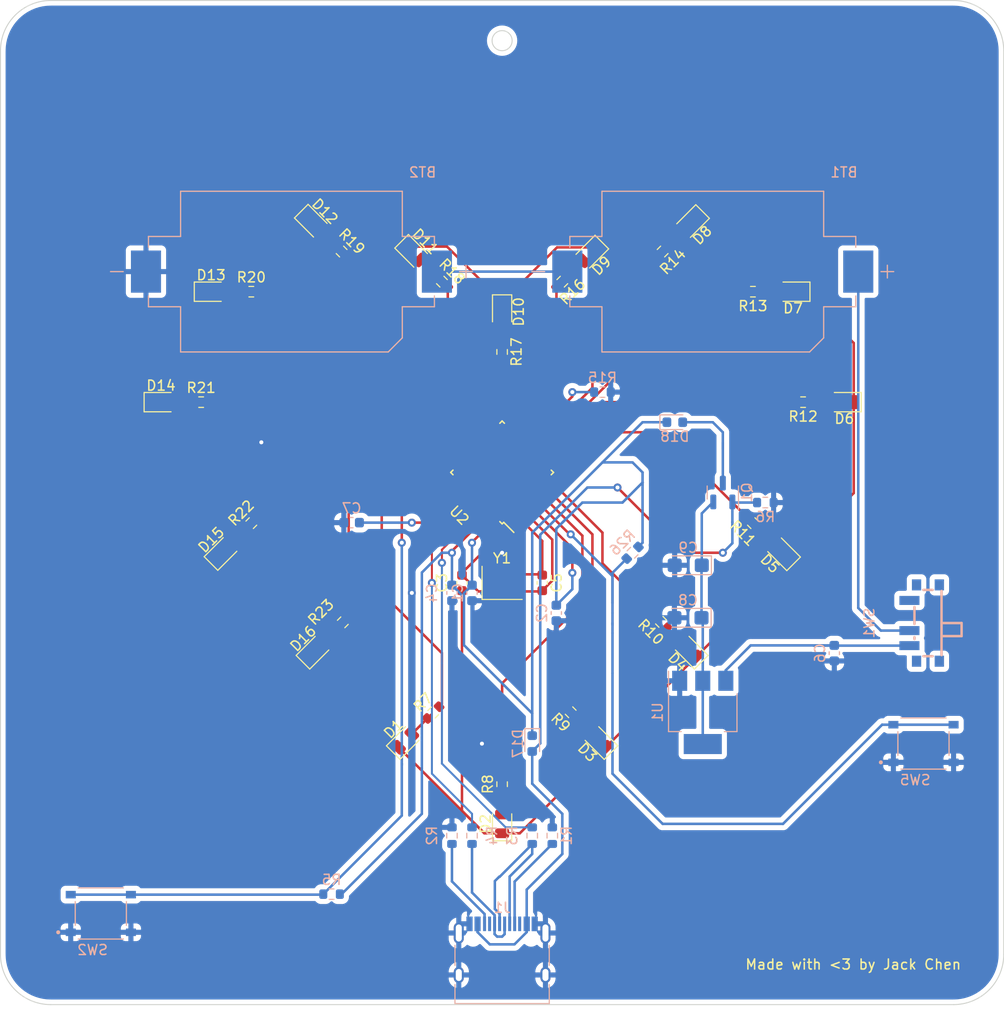
<source format=kicad_pcb>
(kicad_pcb (version 20211014) (generator pcbnew)
  (layers (0 "F.Cu" signal) (31 "B.Cu" signal) (34 "B.Paste" user) (35 "F.Paste" user) (36 "B.SilkS" user "B.Silkscreen") (37 "F.SilkS" user "F.Silkscreen") (38 "B.Mask" user) (39 "F.Mask" user) (44 "Edge.Cuts" user))
  (net 0 "")
  (net 1 "Net-(BT1-Pad1)")
  (net 2 "Net-(BT1-Pad2)")
  (net 3 "GND")
  (net 4 "Net-(C3-Pad1)")
  (net 5 "Net-(C5-Pad1)")
  (net 6 "Net-(C6-Pad1)")
  (net 7 "Net-(C7-Pad1)")
  (net 8 "Net-(C8-Pad1)")
  (net 9 "Net-(D1-Pad2)")
  (net 10 "Net-(D2-Pad2)")
  (net 11 "Net-(D3-Pad2)")
  (net 12 "Net-(D4-Pad2)")
  (net 13 "Net-(D5-Pad2)")
  (net 14 "Net-(D6-Pad2)")
  (net 15 "Net-(D7-Pad2)")
  (net 16 "Net-(D8-Pad2)")
  (net 17 "Net-(D9-Pad2)")
  (net 18 "Net-(D10-Pad2)")
  (net 19 "Net-(D11-Pad2)")
  (net 20 "Net-(D12-Pad2)")
  (net 21 "Net-(D13-Pad2)")
  (net 22 "Net-(D14-Pad2)")
  (net 23 "Net-(D15-Pad2)")
  (net 24 "Net-(D16-Pad2)")
  (net 25 "Net-(J1-PadA5)")
  (net 26 "Net-(J1-PadA6)")
  (net 27 "Net-(J1-PadA7)")
  (net 29 "Net-(J1-PadB5)")
  (net 31 "D-")
  (net 32 "D+")
  (net 33 "Net-(R5-Pad2)")
  (net 34 "Net-(R7-Pad2)")
  (net 35 "Net-(R8-Pad2)")
  (net 36 "Net-(R9-Pad2)")
  (net 37 "Net-(R10-Pad2)")
  (net 38 "Net-(R11-Pad2)")
  (net 39 "Net-(R12-Pad2)")
  (net 40 "Net-(R13-Pad2)")
  (net 41 "Net-(R14-Pad2)")
  (net 42 "Net-(R15-Pad2)")
  (net 43 "Net-(R16-Pad2)")
  (net 44 "Net-(R17-Pad2)")
  (net 45 "Net-(R18-Pad2)")
  (net 46 "Net-(R19-Pad2)")
  (net 47 "Net-(R20-Pad2)")
  (net 48 "Net-(R21-Pad2)")
  (net 49 "Net-(R22-Pad2)")
  (net 50 "Net-(R23-Pad2)")
  (net 53 "Net-(R26-Pad2)")
  (net 56 "VSENSE")
  (net 57 "Net-(D18-Pad2)")
  (net 58 "VCC")
  (footprint "Resistor_SMD:R_0603_1608Metric" (layer "F.Cu") (at 121 84)
    (fp_text reference "R21")
    (fp_text value "220")
  )
  (footprint "Resistor_SMD:R_0603_1608Metric" (layer "F.Cu") (at 135.121321 105.928681 45)
    (fp_text reference "R23")
    (fp_text value "220")
  )
  (footprint "Resistor_SMD:R_0603_1608Metric" (layer "F.Cu") (at 151 79 -90)
    (fp_text reference "R17")
    (fp_text value "220")
  )
  (footprint "Resistor_SMD:R_0603_1608Metric" (layer "F.Cu") (at 176 73 180)
    (fp_text reference "R13")
    (fp_text value "220")
  )
  (footprint "Capacitor_SMD:C_0603_1608Metric" (layer "F.Cu") (at 147 102 -90)
    (fp_text reference "C3")
    (fp_text value "22pF")
  )
  (footprint "LED_SMD:LED_0805_2012Metric" (layer "F.Cu") (at 142.171573 69.171573 -45)
    (fp_text reference "D11")
    (fp_text value "LED_Small")
  )
  (footprint "Resistor_SMD:R_0603_1608Metric" (layer "F.Cu") (at 151 122.050002 90)
    (fp_text reference "R8")
    (fp_text value "220")
  )
  (footprint "LED_SMD:LED_0805_2012Metric" (layer "F.Cu") (at 159.748878 69.251122 -135)
    (fp_text reference "D9")
    (fp_text value "LED_Small")
  )
  (footprint "Resistor_SMD:R_0603_1608Metric" (layer "F.Cu") (at 157 72 -135)
    (fp_text reference "R16")
    (fp_text value "220")
  )
  (footprint "LED_SMD:LED_0805_2012Metric" (layer "F.Cu") (at 169.662913 108.712915 135)
    (fp_text reference "D4")
    (fp_text value "LED_Small")
  )
  (footprint "LED_SMD:LED_0805_2012Metric" (layer "F.Cu") (at 117 84)
    (fp_text reference "D14")
    (fp_text value "LED_Small")
  )
  (footprint "Resistor_SMD:R_0603_1608Metric" (layer "F.Cu") (at 176 96.050002 135)
    (fp_text reference "R11")
    (fp_text value "220")
  )
  (footprint "LED_SMD:LED_0805_2012Metric" (layer "F.Cu") (at 132.337087 108.712915 45)
    (fp_text reference "D16")
    (fp_text value "LED_Small")
  )
  (footprint "Package_QFP:TQFP-32_7x7mm_P0.8mm" (layer "F.Cu") (at 151 91 135)
    (fp_text reference "U2")
    (fp_text value "ATmega16U2-A")
  )
  (footprint "LED_SMD:LED_0805_2012Metric" (layer "F.Cu") (at 122 73)
    (fp_text reference "D13")
    (fp_text value "LED_Small")
  )
  (footprint "LED_SMD:LED_0805_2012Metric" (layer "F.Cu") (at 185.1125 84 180)
    (fp_text reference "D6")
    (fp_text value "LED_Small")
  )
  (footprint "LED_SMD:LED_0805_2012Metric" (layer "F.Cu") (at 151 126 90)
    (fp_text reference "D2")
    (fp_text value "LED_Small")
  )
  (footprint "Resistor_SMD:R_0603_1608Metric" (layer "F.Cu") (at 157.834486 114.884488 135)
    (fp_text reference "R9")
    (fp_text value "220")
  )
  (footprint "Resistor_SMD:R_0603_1608Metric" (layer "F.Cu") (at 145 72 -45)
    (fp_text reference "R18")
    (fp_text value "220")
  )
  (footprint "Crystal:Crystal_SMD_3225-4Pin_3.2x2.5mm" (layer "F.Cu") (at 151 102)
    (fp_text reference "Y1")
    (fp_text value "Crystal_GND24")
  )
  (footprint "Resistor_SMD:R_0603_1608Metric" (layer "F.Cu") (at 144.133695 114.916307 45)
    (fp_text reference "R7")
    (fp_text value "220")
  )
  (footprint "Capacitor_SMD:C_0603_1608Metric" (layer "F.Cu") (at 155 102 -90)
    (fp_text reference "C5")
    (fp_text value "22pF")
  )
  (footprint "Resistor_SMD:R_0603_1608Metric" (layer "F.Cu") (at 166.834486 105.884488 135)
    (fp_text reference "R10")
    (fp_text value "220")
  )
  (footprint "LED_SMD:LED_0805_2012Metric" (layer "F.Cu") (at 178.863782 98.913784 135)
    (fp_text reference "D5")
    (fp_text value "LED_Small")
  )
  (footprint "LED_SMD:LED_0805_2012Metric" (layer "F.Cu") (at 141.337087 117.712915 45)
    (fp_text reference "D1")
    (fp_text value "LED_Small")
  )
  (footprint "Resistor_SMD:R_0603_1608Metric" (layer "F.Cu") (at 181 84 180)
    (fp_text reference "R12")
    (fp_text value "220")
  )
  (footprint "LED_SMD:LED_0805_2012Metric" (layer "F.Cu") (at 160.662913 117.712915 135)
    (fp_text reference "D3")
    (fp_text value "LED_Small")
  )
  (footprint "LED_SMD:LED_0805_2012Metric" (layer "F.Cu") (at 180 73 180)
    (fp_text reference "D7")
    (fp_text value "LED_Small")
  )
  (footprint "Resistor_SMD:R_0603_1608Metric" (layer "F.Cu") (at 126 73)
    (fp_text reference "R20")
    (fp_text value "220")
  )
  (footprint "Resistor_SMD:R_0603_1608Metric" (layer "F.Cu") (at 126 96.050002 45)
    (fp_text reference "R22")
    (fp_text value "220")
  )
  (footprint "LED_SMD:LED_0805_2012Metric" (layer "F.Cu") (at 123.171573 98.878429 45)
    (fp_text reference "D15")
    (fp_text value "LED_Small")
  )
  (footprint "Resistor_SMD:R_0603_1608Metric" (layer "F.Cu") (at 135 69 -45)
    (fp_text reference "R19")
    (fp_text value "220")
  )
  (footprint "LED_SMD:LED_0805_2012Metric" (layer "F.Cu") (at 132.171573 66.171573 -45)
    (fp_text reference "D12")
    (fp_text value "LED_Small")
  )
  (footprint "Resistor_SMD:R_0603_1608Metric" (layer "F.Cu") (at 167 69 -135)
    (fp_text reference "R14")
    (fp_text value "220")
  )
  (footprint "LED_SMD:LED_0805_2012Metric" (layer "F.Cu") (at 169.793071 66.206929 -135)
    (fp_text reference "D8")
    (fp_text value "LED_Small")
  )
  (footprint "LED_SMD:LED_0805_2012Metric" (layer "F.Cu") (at 151 75 -90)
    (fp_text reference "D10")
    (fp_text value "LED_Small")
  )
  (footprint "Footprints:BAT_CR2032-BS-6-1" (layer "B.Cu") (at 130.000001 71 180)
    (fp_text reference "BT2")
    (fp_text value "CR2032 (3V)")
  )
  (footprint "Footprints:BAT_CR2032-BS-6-1" (layer "B.Cu") (at 172 71 180)
    (fp_text reference "BT1")
    (fp_text value "CR2032 (3V)")
  )
  (footprint "Capacitor_SMD:C_0603_1608Metric" (layer "B.Cu") (at 184.11 109 -90)
    (fp_text reference "C6")
    (fp_text value "10uF")
  )
  (footprint "Capacitor_SMD:C_0603_1608Metric" (layer "B.Cu") (at 136 96 180)
    (fp_text reference "C7")
    (fp_text value "1uF")
  )
  (footprint "Capacitor_SMD:C_0603_1608Metric" (layer "B.Cu") (at 156.4 105 -90)
    (fp_text reference "C2")
    (fp_text value "0.1uF")
  )
  (footprint "Resistor_SMD:R_0603_1608Metric" (layer "B.Cu") (at 156 127.175 90)
    (fp_text reference "R1")
    (fp_text value "5.1K")
  )
  (footprint "Package_TO_SOT_SMD:SOT-23" (layer "B.Cu") (at 173 93 90)
    (fp_text reference "Q1")
    (fp_text value "Q_PMOS_GSD")
  )
  (footprint "Diode_SMD:D_0603_1608Metric" (layer "B.Cu") (at 168.212499 86)
    (fp_text reference "D18")
    (fp_text value "D_Schottky_Small")
  )
  (footprint "Resistor_SMD:R_0603_1608Metric" (layer "B.Cu") (at 177.237258 94)
    (fp_text reference "R6")
    (fp_text value "100K")
  )
  (footprint "Resistor_SMD:R_0603_1608Metric" (layer "B.Cu") (at 164 99 -135)
    (fp_text reference "R26")
    (fp_text value "10K")
  )
  (footprint "Capacitor_Tantalum_SMD:CP_EIA-3216-18_Kemet-A" (layer "B.Cu") (at 169.551428 100.245 180)
    (fp_text reference "C9")
    (fp_text value "10uF")
  )
  (footprint "Resistor_SMD:R_0603_1608Metric" (layer "B.Cu") (at 154 127.175 90)
    (fp_text reference "R3")
    (fp_text value "22")
  )
  (footprint "Footprints:SW_TS-1187A-B-A-B" (layer "B.Cu") (at 193 118)
    (fp_text reference "SW5")
    (fp_text value "SW_Push")
  )
  (footprint "Capacitor_SMD:C_0603_1608Metric" (layer "B.Cu") (at 148 103 -90)
    (fp_text reference "C1")
    (fp_text value "0.1uF")
  )
  (footprint "Connector_USB:USB_C_Receptacle_HRO_TYPE-C-31-M-12" (layer "B.Cu") (at 151 140 180)
    (fp_text reference "J1")
    (fp_text value "USB_C_Receptacle_USB2.0")
  )
  (footprint "Resistor_SMD:R_0603_1608Metric" (layer "B.Cu") (at 148 127.175 90)
    (fp_text reference "R4")
    (fp_text value "22")
  )
  (footprint "Package_TO_SOT_SMD:SOT-223-3_TabPin2" (layer "B.Cu") (at 171 114.9 -90)
    (fp_text reference "U1")
    (fp_text value "AMS1117-5.0")
  )
  (footprint "Resistor_SMD:R_0603_1608Metric" (layer "B.Cu") (at 161 83 180)
    (fp_text reference "R15")
    (fp_text value "10K")
  )
  (footprint "Resistor_SMD:R_0603_1608Metric" (layer "B.Cu") (at 146 127.175 90)
    (fp_text reference "R2")
    (fp_text value "5.1K")
  )
  (footprint "Footprints:SW_TS-1187A-B-A-B" (layer "B.Cu") (at 111 134.923554)
    (fp_text reference "SW2")
    (fp_text value "SW_Push")
  )
  (footprint "Diode_SMD:D_0603_1608Metric" (layer "B.Cu") (at 154 118 -90)
    (fp_text reference "D17")
    (fp_text value "D_Schottky_Small")
  )
  (footprint "Capacitor_Tantalum_SMD:CP_EIA-3216-18_Kemet-A" (layer "B.Cu") (at 169.525 105.475 180)
    (fp_text reference "C8")
    (fp_text value "10uF")
  )
  (footprint "Footprints:SW-SMD_MK-12C02-G020" (layer "B.Cu") (at 193.09 106 -90)
    (fp_text reference "SW1")
    (fp_text value "SW_SPDT")
  )
  (footprint "Resistor_SMD:R_0603_1608Metric" (layer "B.Cu") (at 134 133 180)
    (fp_text reference "R5")
    (fp_text value "10K")
  )
  (footprint "Capacitor_SMD:C_0603_1608Metric" (layer "B.Cu") (at 146 103 -90)
    (fp_text reference "C4")
    (fp_text value "4.7uF")
  )
  (gr_line (start 101 49) (end 101 139) (layer "Edge.Cuts") (width 0.1))
  (gr_line (start 201 49) (end 201 139) (layer "Edge.Cuts") (width 0.1))
  (gr_line (start 196 144) (end 106 144) (layer "Edge.Cuts") (width 0.1))
  (gr_arc (start 101 49) (mid 102.464466 45.464466) (end 106 44) (layer "Edge.Cuts") (width 0.1))
  (gr_arc (start 201 139) (mid 199.535534 142.535534) (end 196 144) (layer "Edge.Cuts") (width 0.1))
  (gr_line (start 106 44) (end 196 44) (layer "Edge.Cuts") (width 0.1))
  (gr_arc (start 196 44) (mid 199.535534 45.464466) (end 201 49) (layer "Edge.Cuts") (width 0.1))
  (gr_circle (center 151 48) (end 152 48) (layer "Edge.Cuts") (width 0.1) (fill none))
  (gr_arc (start 106 144) (mid 102.464466 142.535534) (end 101 139) (layer "Edge.Cuts") (width 0.1))
  (gr_text "Made with <3 by Jack Chen" (at 186 140) (layer "F.SilkS") (effects (font (size 1 1))))
  (segment (start 188.75 106.75) (end 191.6 106.75) (width 0.25) (layer "B.Cu") (net 1))
  (segment (start 186.5 104.5) (end 188.75 106.75) (width 0.25) (layer "B.Cu") (net 1))
  (segment (start 186.5 71) (end 186.5 104.5) (width 0.25) (layer "B.Cu") (net 1))
  (segment (start 157.5 71) (end 144.500001 71) (width 0.25) (layer "B.Cu") (net 2))
  (segment (start 155 102.775) (end 154.925 102.85) (width 0.25) (layer "F.Cu") (net 3))
  (segment (start 145.50866 68.50866) (end 151 74) (width 0.25) (layer "F.Cu") (net 3))
  (segment (start 116.0625 93.095182) (end 122.50866 99.541342) (width 0.25) (layer "F.Cu") (net 3))
  (segment (start 140.674174 118.375828) (end 147.149173 124.850827) (width 0.25) (layer "F.Cu") (net 3))
  (segment (start 142 103) (end 142 99.434314) (width 0.25) (layer "F.Cu") (net 3))
  (segment (start 147 111) (end 147 109) (width 0.25) (layer "F.Cu") (net 3))
  (segment (start 173.481516 65.544016) (end 180.9375 73) (width 0.25) (layer "F.Cu") (net 3))
  (segment (start 186.05 84) (end 186.05 93.053392) (width 0.25) (layer "F.Cu") (net 3))
  (segment (start 147.149173 124.850827) (end 149.235846 126.9375) (width 0.25) (layer "F.Cu") (net 3))
  (segment (start 179.526695 99.576697) (end 179.526695 100.174959) (width 0.25) (layer "F.Cu") (net 3))
  (segment (start 163.455984 65.544016) (end 170.455984 65.544016) (width 0.25) (layer "F.Cu") (net 3))
  (segment (start 149.235846 126.9375) (end 151 126.9375) (width 0.25) (layer "F.Cu") (net 3))
  (segment (start 156 101.775) (end 156 98) (width 0.25) (layer "F.Cu") (net 3))
  (segment (start 121.0625 73) (end 116.0625 78) (width 0.25) (layer "F.Cu") (net 3))
  (segment (start 120 88) (end 116.0625 91.9375) (width 0.25) (layer "F.Cu") (net 3))
  (segment (start 154.925 102.85) (end 152.1 102.85) (width 0.25) (layer "F.Cu") (net 3))
  (segment (start 148.987701 112.987701) (end 147 111) (width 0.25) (layer "F.Cu") (net 3))
  (segment (start 131.50866 65.50866) (end 128.55384 65.50866) (width 0.25) (layer "F.Cu") (net 3))
  (segment (start 116.0625 78) (end 116.0625 84) (width 0.25) (layer "F.Cu") (net 3))
  (segment (start 153.156676 94.853732) (end 156 97.697056) (width 0.25) (layer "F.Cu") (net 3))
  (segment (start 152.764154 126.9375) (end 161.325826 118.375828) (width 0.25) (layer "F.Cu") (net 3))
  (segment (start 186.05 93.053392) (end 179.526695 99.576697) (width 0.25) (layer "F.Cu") (net 3))
  (segment (start 160.411791 68.588209) (end 156.474291 68.588209) (width 0.25) (layer "F.Cu") (net 3))
  (segment (start 116.0625 84) (end 116.0625 91.9375) (width 0.25) (layer "F.Cu") (net 3))
  (segment (start 161.325826 118.375828) (end 170.325826 109.375828) (width 0.25) (layer "F.Cu") (net 3))
  (segment (start 141.50866 68.50866) (end 138.50866 65.50866) (width 0.25) (layer "F.Cu") (net 3))
  (segment (start 151.7 102.85) (end 152.1 102.85) (width 0.25) (layer "F.Cu") (net 3))
  (segment (start 122.50866 99.541342) (end 122.50866 100.210314) (width 0.25) (layer "F.Cu") (net 3))
  (segment (start 186.05 84) (end 186.05 78.1125) (width 0.25) (layer "F.Cu") (net 3))
  (segment (start 170.455984 65.544016) (end 173.481516 65.544016) (width 0.25) (layer "F.Cu") (net 3))
  (segment (start 148.987701 118.012299) (end 148.987701 112.987701) (width 0.25) (layer "F.Cu") (net 3))
  (segment (start 151 126.9375) (end 152.764154 126.9375) (width 0.25) (layer "F.Cu") (net 3))
  (segment (start 116.0625 91.9375) (end 116.0625 93.095182) (width 0.25) (layer "F.Cu") (net 3))
  (segment (start 147 109) (end 147 124.701654) (width 0.25) (layer "F.Cu") (net 3))
  (segment (start 155 102.775) (end 156 101.775) (width 0.25) (layer "F.Cu") (net 3))
  (segment (start 128.55384 65.50866) (end 121.0625 73) (width 0.25) (layer "F.Cu") (net 3))
  (segment (start 156 97.697056) (end 156 98) (width 0.25) (layer "F.Cu") (net 3))
  (segment (start 131.674174 109.375828) (end 140.674174 118.375828) (width 0.25) (layer "F.Cu") (net 3))
  (segment (start 150 101.15) (end 151.7 102.85) (width 0.25) (layer "F.Cu") (net 3))
  (segment (start 142 99.434314) (end 147.711953 93.722361) (width 0.25) (layer "F.Cu") (net 3))
  (segment (start 179.526695 100.174959) (end 170.325826 109.375828) (width 0.25) (layer "F.Cu") (net 3))
  (segment (start 127 88) (end 120 88) (width 0.25) (layer "F.Cu") (net 3))
  (segment (start 149.9 101.15) (end 150 101.15) (width 0.25) (layer "F.Cu") (net 3))
  (segment (start 156.474291 68.588209) (end 151 74.0625) (width 0.25) (layer "F.Cu") (net 3))
  (segment (start 147 124.701654) (end 147.149173 124.850827) (width 0.25) (layer "F.Cu") (net 3))
  (segment (start 141.50866 68.50866) (end 145.50866 68.50866) (width 0.25) (layer "F.Cu") (net 3))
  (segment (start 147 102.775) (end 147 109) (width 0.25) (layer "F.Cu") (net 3))
  (segment (start 160.411791 68.588209) (end 163.455984 65.544016) (width 0.25) (layer "F.Cu") (net 3))
  (segment (start 186.05 78.1125) (end 180.9375 73) (width 0.25) (layer "F.Cu") (net 3))
  (segment (start 149.9 100.1) (end 151 99) (width 0.25) (layer "F.Cu") (net 3))
  (segment (start 147 124.701654) (end 149.235846 126.9375) (width 0.25) (layer "F.Cu") (net 3))
  (segment (start 138.50866 65.50866) (end 131.50866 65.50866) (width 0.25) (layer "F.Cu") (net 3))
  (segment (start 149.9 101.15) (end 149.9 100.1) (width 0.25) (layer "F.Cu") (net 3))
  (segment (start 122.50866 100.210314) (end 131.674174 109.375828) (width 0.25) (layer "F.Cu") (net 3))
  (segment (start 151 74) (end 151 74.0625) (width 0.25) (layer "F.Cu") (net 3))
  (via (at 148.987701 118.012299) (size 0.8) (drill 0.4) (layers "F.Cu" "B.Cu") (net 3))
  (via (at 151 99) (size 0.8) (drill 0.4) (layers "F.Cu" "B.Cu") (net 3))
  (via (at 142 103) (size 0.8) (drill 0.4) (layers "F.Cu" "B.Cu") (net 3))
  (via (at 127 88) (size 0.8) (drill 0.4) (layers "F.Cu" "B.Cu") (net 3))
  (segment (start 156 126.35) (end 156 125.024598) (width 0.25) (layer "B.Cu") (net 3))
  (segment (start 156 125.024598) (end 148.987701 118.012299) (width 0.25) (layer "B.Cu") (net 3))
  (segment (start 148.625 102.85) (end 149.9 102.85) (width 0.25) (layer "F.Cu") (net 4))
  (segment (start 147 101.225) (end 148.625 102.85) (width 0.25) (layer "F.Cu") (net 4))
  (segment (start 152.025305 95.985103) (end 147 101.010408) (width 0.25) (layer "F.Cu") (net 4))
  (segment (start 147 101.010408) (end 147 101.225) (width 0.25) (layer "F.Cu") (net 4))
  (segment (start 154.925 101.15) (end 155 101.225) (width 0.25) (layer "F.Cu") (net 5))
  (segment (start 155 101.225) (end 155 97.828427) (width 0.25) (layer "F.Cu") (net 5))
  (segment (start 155 97.828427) (end 152.59099 95.419417) (width 0.25) (layer "F.Cu") (net 5))
  (segment (start 152.1 101.15) (end 154.925 101.15) (width 0.25) (layer "F.Cu") (net 5))
  (segment (start 175.775 108.225) (end 173.3 110.7) (width 0.25) (layer "B.Cu") (net 6))
  (segment (start 184.11 108.225) (end 175.775 108.225) (width 0.25) (layer "B.Cu") (net 6))
  (segment (start 191.6 108.25) (end 182.025 108.25) (width 0.25) (layer "B.Cu") (net 6))
  (segment (start 173.3 110.7) (end 173.28 110.7) (width 0.25) (layer "B.Cu") (net 6))
  (segment (start 147.146268 93.156676) (end 144.302944 96) (width 0.25) (layer "F.Cu") (net 7))
  (segment (start 144.302944 96) (end 142 96) (width 0.25) (layer "F.Cu") (net 7))
  (via (at 142 96) (size 0.8) (drill 0.4) (layers "F.Cu" "B.Cu") (net 7))
  (segment (start 142 96) (end 136.775 96) (width 0.25) (layer "B.Cu") (net 7))
  (segment (start 171 118.05) (end 171 111.75) (width 0.25) (layer "B.Cu") (net 8))
  (segment (start 171 105.6) (end 171 111.75) (width 0.25) (layer "B.Cu") (net 8))
  (segment (start 170.901428 100.245) (end 170.901428 95.086072) (width 0.25) (layer "B.Cu") (net 8))
  (segment (start 170.875 100.271428) (end 170.901428 100.245) (width 0.25) (layer "B.Cu") (net 8))
  (segment (start 170.901428 95.086072) (end 172.05 93.9375) (width 0.25) (layer "B.Cu") (net 8))
  (segment (start 170.875 105.475) (end 171 105.6) (width 0.25) (layer "B.Cu") (net 8))
  (segment (start 170.875 105.475) (end 170.875 100.271428) (width 0.25) (layer "B.Cu") (net 8))
  (segment (start 142 117.050002) (end 143.907421 115.142581) (width 0.25) (layer "F.Cu") (net 9))
  (segment (start 151 125.0625) (end 151 122.370002) (width 0.25) (layer "F.Cu") (net 10))
  (segment (start 160 117.050002) (end 158.06076 115.110762) (width 0.25) (layer "F.Cu") (net 11))
  (segment (start 167.417849 106.467851) (end 169 108.050002) (width 0.25) (layer "F.Cu") (net 12))
  (segment (start 176.583363 96.633365) (end 178.200869 98.250871) (width 0.25) (layer "F.Cu") (net 13))
  (segment (start 181.825 84) (end 184.175 84) (width 0.25) (layer "F.Cu") (net 14))
  (segment (start 179.0625 73) (end 176.32 73) (width 0.25) (layer "F.Cu") (net 15))
  (segment (start 167.583363 68.416637) (end 169.130158 66.869842) (width 0.25) (layer "F.Cu") (net 16))
  (segment (start 157.583363 71.416637) (end 159.085965 69.914035) (width 0.25) (layer "F.Cu") (net 17))
  (segment (start 151 75.9375) (end 151 78.68) (width 0.25) (layer "F.Cu") (net 18))
  (segment (start 142.834486 69.834486) (end 144.773726 71.773726) (width 0.25) (layer "F.Cu") (net 19))
  (segment (start 132.834486 66.834486) (end 134.773726 68.773726) (width 0.25) (layer "F.Cu") (net 20))
  (segment (start 122.9375 73) (end 125.68 73) (width 0.25) (layer "F.Cu") (net 21))
  (segment (start 117.9375 84) (end 120.68 84) (width 0.25) (layer "F.Cu") (net 22))
  (segment (start 123.834486 98.215516) (end 125.773726 96.276276) (width 0.25) (layer "F.Cu") (net 23))
  (segment (start 133 108.050002) (end 134.895047 106.154955) (width 0.25) (layer "F.Cu") (net 24))
  (segment (start 156 128) (end 152.25 131.75) (width 0.25) (layer "B.Cu") (net 25))
  (segment (start 152.25 131.75) (end 152.25 135.955) (width 0.25) (layer "B.Cu") (net 25))
  (segment (start 151.25 136.98) (end 151 137.23) (width 0.25) (layer "B.Cu") (net 26))
  (segment (start 150.5 137.23) (end 151 137.23) (width 0.25) (layer "B.Cu") (net 26))
  (segment (start 148 132.836396) (end 148 128) (width 0.25) (layer "B.Cu") (net 26))
  (segment (start 150.25 136.98) (end 150.5 137.23) (width 0.25) (layer "B.Cu") (net 26))
  (segment (start 150.25 135.955) (end 150.25 135.086396) (width 0.25) (layer "B.Cu") (net 26))
  (segment (start 150.25 135.955) (end 150.25 136.98) (width 0.25) (layer "B.Cu") (net 26))
  (segment (start 151.25 135.955) (end 151.25 136.98) (width 0.25) (layer "B.Cu") (net 26))
  (segment (start 150.25 135.086396) (end 148 132.836396) (width 0.25) (layer "B.Cu") (net 26))
  (segment (start 150.275 131.699695) (end 150.275 134.475) (width 0.25) (layer "B.Cu") (net 27))
  (segment (start 154 128.025305) (end 150.750305 131.275) (width 0.25) (layer "B.Cu") (net 27))
  (segment (start 151.75 131.25) (end 151.75 135.955) (width 0.25) (layer "B.Cu") (net 27))
  (segment (start 150.75 134.95) (end 150.75 135.955) (width 0.25) (layer "B.Cu") (net 27))
  (segment (start 150.275 134.475) (end 150.75 134.95) (width 0.25) (layer "B.Cu") (net 27))
  (segment (start 154 128) (end 154 128.025305) (width 0.25) (layer "B.Cu") (net 27))
  (segment (start 154 128) (end 154 129) (width 0.25) (layer "B.Cu") (net 27))
  (segment (start 154 129) (end 151.75 131.25) (width 0.25) (layer "B.Cu") (net 27))
  (segment (start 150.699695 131.275) (end 150.275 131.699695) (width 0.25) (layer "B.Cu") (net 27))
  (segment (start 150.750305 131.275) (end 150.699695 131.275) (width 0.25) (layer "B.Cu") (net 27))
  (segment (start 149.25 134.98) (end 146 131.73) (width 0.25) (layer "B.Cu") (net 29))
  (segment (start 146 131.73) (end 146 128) (width 0.25) (layer "B.Cu") (net 29))
  (segment (start 149.25 135.955) (end 149.25 134.98) (width 0.25) (layer "B.Cu") (net 29))
  (segment (start 145 98.697056) (end 148.843324 94.853732) (width 0.2) (layer "F.Cu") (net 31))
  (segment (start 145 100) (end 145 98.697056) (width 0.2) (layer "F.Cu") (net 31))
  (via (at 145 100) (size 0.8) (drill 0.4) (layers "F.Cu" "B.Cu") (net 31))
  (segment (start 154 126.35) (end 151.35 126.35) (width 0.2) (layer "B.Cu") (net 31))
  (segment (start 145 120) (end 145 110) (width 0.2) (layer "B.Cu") (net 31))
  (segment (start 151.35 126.35) (end 145 120) (width 0.2) (layer "B.Cu") (net 31))
  (segment (start 145 110) (end 145 100) (width 0.2) (layer "B.Cu") (net 31))
  (segment (start 144 98.565686) (end 148.277639 94.288047) (width 0.2) (layer "F.Cu") (net 32))
  (segment (start 144 102) (end 144 98.565686) (width 0.2) (layer "F.Cu") (net 32))
  (via (at 144 102) (size 0.8) (drill 0.4) (layers "F.Cu" "B.Cu") (net 32))
  (segment (start 144 121) (end 144 102) (width 0.2) (layer "B.Cu") (net 32))
  (segment (start 148 125) (end 144 121) (width 0.2) (layer "B.Cu") (net 32))
  (segment (start 148 126.35) (end 148 125) (width 0.2) (layer "B.Cu") (net 32))
  (segment (start 141 90) (end 141 98) (width 0.25) (layer "F.Cu") (net 33))
  (segment (start 146.014897 89.974695) (end 145.974695 89.974695) (width 0.25) (layer "F.Cu") (net 33))
  (segment (start 145.974695 89.974695) (end 145 89) (width 0.25) (layer "F.Cu") (net 33))
  (segment (start 142 89) (end 141 90) (width 0.25) (layer "F.Cu") (net 33))
  (segment (start 145 89) (end 142 89) (width 0.25) (layer "F.Cu") (net 33))
  (via (at 141 98) (size 0.8) (drill 0.4) (layers "F.Cu" "B.Cu") (net 33))
  (segment (start 133.126446 133.048554) (end 114 133.048554) (width 0.25) (layer "B.Cu") (net 33))
  (segment (start 141 98) (end 141 120) (width 0.25) (layer "B.Cu") (net 33))
  (segment (start 141 125.175) (end 133.175 133) (width 0.25) (layer "B.Cu") (net 33))
  (segment (start 141 120) (end 141 120.175) (width 0.25) (layer "B.Cu") (net 33))
  (segment (start 141 120) (end 141 125.175) (width 0.25) (layer "B.Cu") (net 33))
  (segment (start 133.175 133) (end 133.126446 133.048554) (width 0.25) (layer "B.Cu") (net 33))
  (segment (start 108 133.048554) (end 114 133.048554) (width 0.25) (layer "B.Cu") (net 33))
  (segment (start 142 87) (end 139 90) (width 0.25) (layer "F.Cu") (net 34))
  (segment (start 145 109) (end 145 114.050002) (width 0.25) (layer "F.Cu") (net 34))
  (segment (start 139 90) (end 139 103) (width 0.25) (layer "F.Cu") (net 34))
  (segment (start 139 103) (end 145 109) (width 0.25) (layer "F.Cu") (net 34))
  (segment (start 147.146268 88.843324) (end 145.302944 87) (width 0.25) (layer "F.Cu") (net 34))
  (segment (start 145 114.050002) (end 144.717058 114.332944) (width 0.25) (layer "F.Cu") (net 34))
  (segment (start 145.302944 87) (end 142 87) (width 0.25) (layer "F.Cu") (net 34))
  (segment (start 159 97.302944) (end 159 104) (width 0.25) (layer "F.Cu") (net 35))
  (segment (start 159 104) (end 151 112) (width 0.25) (layer "F.Cu") (net 35))
  (segment (start 154.853732 93.156676) (end 159 97.302944) (width 0.25) (layer "F.Cu") (net 35))
  (segment (start 151 112) (end 151 121.225002) (width 0.25) (layer "F.Cu") (net 35))
  (segment (start 155.419417 92.59099) (end 160 97.171573) (width 0.25) (layer "F.Cu") (net 36))
  (segment (start 160 97.171573) (end 160 105) (width 0.25) (layer "F.Cu") (net 36))
  (segment (start 157 114.050002) (end 157.251123 114.301125) (width 0.25) (layer "F.Cu") (net 36))
  (segment (start 160 105) (end 157 108) (width 0.25) (layer "F.Cu") (net 36))
  (segment (start 157 108) (end 157 114.050002) (width 0.25) (layer "F.Cu") (net 36))
  (segment (start 156.025305 92.025305) (end 161 97) (width 0.25) (layer "F.Cu") (net 37))
  (segment (start 161 100.050002) (end 166.251123 105.301125) (width 0.25) (layer "F.Cu") (net 37))
  (segment (start 155.985103 92.025305) (end 156.025305 92.025305) (width 0.25) (layer "F.Cu") (net 37))
  (segment (start 161 97) (end 161 100.050002) (width 0.25) (layer "F.Cu") (net 37))
  (segment (start 155.985103 89.974695) (end 156.025305 89.974695) (width 0.25) (layer "F.Cu") (net 38))
  (segment (start 159 87) (end 166.949998 87) (width 0.25) (layer "F.Cu") (net 38))
  (segment (start 166.949998 87) (end 175.416637 95.466639) (width 0.25) (layer "F.Cu") (net 38))
  (segment (start 156.025305 89.974695) (end 159 87) (width 0.25) (layer "F.Cu") (net 38))
  (segment (start 155.419417 89.40901) (end 155.59099 89.40901) (width 0.25) (layer "F.Cu") (net 39))
  (segment (start 155.59099 89.40901) (end 161 84) (width 0.25) (layer "F.Cu") (net 39))
  (segment (start 161 84) (end 180.175 84) (width 0.25) (layer "F.Cu") (net 39))
  (segment (start 163.697056 80) (end 168.175 80) (width 0.25) (layer "F.Cu") (net 40))
  (segment (start 154.853732 88.843324) (end 163.697056 80) (width 0.25) (layer "F.Cu") (net 40))
  (segment (start 168.175 80) (end 175.175 73) (width 0.25) (layer "F.Cu") (net 40))
  (segment (start 160 76) (end 160 82.565686) (width 0.25) (layer "F.Cu") (net 41))
  (segment (start 166.416637 69.583363) (end 160 76) (width 0.25) (layer "F.Cu") (net 41))
  (segment (start 160 82.565686) (end 154.288047 88.277639) (width 0.25) (layer "F.Cu") (net 41))
  (segment (start 158 83.434314) (end 158 83) (width 0.25) (layer "F.Cu") (net 42))
  (segment (start 153.722361 87.711953) (end 158 83.434314) (width 0.25) (layer "F.Cu") (net 42))
  (via (at 158 83) (size 0.8) (drill 0.4) (layers "F.Cu" "B.Cu") (net 42))
  (segment (start 160.175 83) (end 158 83) (width 0.25) (layer "B.Cu") (net 42))
  (segment (start 156.416637 83.886307) (end 156.416637 72.583363) (width 0.25) (layer "F.Cu") (net 43))
  (segment (start 153.156676 87.146268) (end 156.416637 83.886307) (width 0.25) (layer "F.Cu") (net 43))
  (segment (start 152.59099 86.580583) (end 154 85.171573) (width 0.25) (layer "F.Cu") (net 44))
  (segment (start 151 79.825) (end 154 82.825) (width 0.25) (layer "F.Cu") (net 44))
  (segment (start 154 85.171573) (end 154 83) (width 0.25) (layer "F.Cu") (net 44))
  (segment (start 154 82.825) (end 154 83) (width 0.25) (layer "F.Cu") (net 44))
  (segment (start 152.025305 86.014897) (end 152.025305 85.025305) (width 0.25) (layer "F.Cu") (net 45))
  (segment (start 152.025305 85.025305) (end 145.583363 78.583363) (width 0.25) (layer "F.Cu") (net 45))
  (segment (start 145.583363 78.583363) (end 145.583363 72.583363) (width 0.25) (layer "F.Cu") (net 45))
  (segment (start 136 77) (end 141 82) (width 0.25) (layer "F.Cu") (net 46))
  (segment (start 135.583363 69.583363) (end 136 70) (width 0.25) (layer "F.Cu") (net 46))
  (segment (start 141 82) (end 145.959798 82) (width 0.25) (layer "F.Cu") (net 46))
  (segment (start 136 70) (end 136 77) (width 0.25) (layer "F.Cu") (net 46))
  (segment (start 145.959798 82) (end 149.974695 86.014897) (width 0.25) (layer "F.Cu") (net 46))
  (segment (start 149.40901 86.40901) (end 149.40901 86.580583) (width 0.25) (layer "F.Cu") (net 47))
  (segment (start 138 83) (end 146 83) (width 0.25) (layer "F.Cu") (net 47))
  (segment (start 146 83) (end 149.40901 86.40901) (width 0.25) (layer "F.Cu") (net 47))
  (segment (start 126.825 73) (end 128 73) (width 0.25) (layer "F.Cu") (net 47))
  (segment (start 128 73) (end 138 83) (width 0.25) (layer "F.Cu") (net 47))
  (segment (start 145.697056 84) (end 121.825 84) (width 0.25) (layer "F.Cu") (net 48))
  (segment (start 148.843324 87.146268) (end 145.697056 84) (width 0.25) (layer "F.Cu") (net 48))
  (segment (start 126.583363 95.416637) (end 137 85) (width 0.25) (layer "F.Cu") (net 49))
  (segment (start 137 85) (end 145.565686 85) (width 0.25) (layer "F.Cu") (net 49))
  (segment (start 145.565686 85) (end 148.277639 87.711953) (width 0.25) (layer "F.Cu") (net 49))
  (segment (start 126.583363 95.466639) (end 126.583363 95.416637) (width 0.25) (layer "F.Cu") (net 49))
  (segment (start 145.434314 86) (end 141 86) (width 0.25) (layer "F.Cu") (net 50))
  (segment (start 135.704684 91.295316) (end 135.704684 105.345318) (width 0.25) (layer "F.Cu") (net 50))
  (segment (start 141 86) (end 135.704684 91.295316) (width 0.25) (layer "F.Cu") (net 50))
  (segment (start 147.711953 88.277639) (end 145.434314 86) (width 0.25) (layer "F.Cu") (net 50))
  (segment (start 157.729457 97.163771) (end 157.836229 97.163771) (width 0.25) (layer "F.Cu") (net 53))
  (segment (start 154.288047 93.722361) (end 157.729457 97.163771) (width 0.25) (layer "F.Cu") (net 53))
  (via (at 157.836229 97.163771) (size 0.8) (drill 0.4) (layers "F.Cu" "B.Cu") (net 53))
  (segment (start 167 126) (end 179 126) (width 0.25) (layer "B.Cu") (net 53))
  (segment (start 163.416637 99.583363) (end 162 101) (width 0.25) (layer "B.Cu") (net 53))
  (segment (start 162 106) (end 162 107) (width 0.25) (layer "B.Cu") (net 53))
  (segment (start 162 105) (end 162 106) (width 0.25) (layer "B.Cu") (net 53))
  (segment (start 162 106.186164) (end 162 106) (width 0.25) (layer "B.Cu") (net 53))
  (segment (start 157.836229 97.163771) (end 162 101.327542) (width 0.25) (layer "B.Cu") (net 53))
  (segment (start 162 104) (end 162 105) (width 0.25) (layer "B.Cu") (net 53))
  (segment (start 162 121) (end 167 126) (width 0.25) (layer "B.Cu") (net 53))
  (segment (start 162 107) (end 162 111) (width 0.25) (layer "B.Cu") (net 53))
  (segment (start 162 101.327542) (end 162 104) (width 0.25) (layer "B.Cu") (net 53))
  (segment (start 179 126) (end 188.875 116.125) (width 0.25) (layer "B.Cu") (net 53))
  (segment (start 196 116.125) (end 190 116.125) (width 0.25) (layer "B.Cu") (net 53))
  (segment (start 188.875 116.125) (end 190 116.125) (width 0.25) (layer "B.Cu") (net 53))
  (segment (start 162 101) (end 162 104) (width 0.25) (layer "B.Cu") (net 53))
  (segment (start 162 111) (end 162 121) (width 0.25) (layer "B.Cu") (net 53))
  (segment (start 169 99) (end 173 99) (width 0.25) (layer "F.Cu") (net 56))
  (segment (start 162.5 92.5) (end 169 99) (width 0.25) (layer "F.Cu") (net 56))
  (via (at 173 99) (size 0.8) (drill 0.4) (layers "F.Cu" "B.Cu") (net 56))
  (via (at 162.5 92.5) (size 0.8) (drill 0.4) (layers "F.Cu" "B.Cu") (net 56))
  (segment (start 153.45 136.78) (end 152.23 138) (width 0.25) (layer "B.Cu") (net 56))
  (segment (start 153.45 135.955) (end 153.45 136.78) (width 0.25) (layer "B.Cu") (net 56))
  (segment (start 148.55 135.955) (end 148.55 136.78) (width 0.25) (layer "B.Cu") (net 56))
  (segment (start 157 129) (end 153.45 132.55) (width 0.25) (layer "B.Cu") (net 56))
  (segment (start 176.412258 94) (end 174.0125 94) (width 0.25) (layer "B.Cu") (net 56))
  (segment (start 173.95 95.95) (end 173.95 93.9375) (width 0.25) (layer "B.Cu") (net 56))
  (segment (start 153.45 132.55) (end 153.45 135.955) (width 0.25) (layer "B.Cu") (net 56))
  (segment (start 174.0125 94) (end 173.95 93.9375) (width 0.25) (layer "B.Cu") (net 56))
  (segment (start 154.8 117.9875) (end 154 118.7875) (width 0.25) (layer "B.Cu") (net 56))
  (segment (start 173.95 98.05) (end 173 99) (width 0.25) (layer "B.Cu") (net 56))
  (segment (start 154 122) (end 157 125) (width 0.25) (layer "B.Cu") (net 56))
  (segment (start 162.5 92.5) (end 159.5 92.5) (width 0.25) (layer "B.Cu") (net 56))
  (segment (start 149.77 138) (end 152.23 138) (width 0.25) (layer "B.Cu") (net 56))
  (segment (start 148.55 136.78) (end 149.77 138) (width 0.25) (layer "B.Cu") (net 56))
  (segment (start 154.8 97.2) (end 154.8 117.9875) (width 0.25) (layer "B.Cu") (net 56))
  (segment (start 154 118.7875) (end 154 122) (width 0.25) (layer "B.Cu") (net 56))
  (segment (start 157 125) (end 157 129) (width 0.25) (layer "B.Cu") (net 56))
  (segment (start 159.5 92.5) (end 154.8 97.2) (width 0.25) (layer "B.Cu") (net 56))
  (segment (start 173.95 98.05) (end 173.95 95.95) (width 0.25) (layer "B.Cu") (net 56))
  (segment (start 173 88.7125) (end 173 87) (width 0.25) (layer "B.Cu") (net 57))
  (segment (start 172 86) (end 168.999999 86) (width 0.25) (layer "B.Cu") (net 57))
  (segment (start 173 87) (end 172 86) (width 0.25) (layer "B.Cu") (net 57))
  (segment (start 173 92.0625) (end 173 88) (width 0.25) (layer "B.Cu") (net 57))
  (segment (start 158 98.565686) (end 158 101) (width 0.25) (layer "F.Cu") (net 58))
  (segment (start 146 98.828427) (end 146 99) (width 0.25) (layer "F.Cu") (net 58))
  (segment (start 153.722361 94.288047) (end 158 98.565686) (width 0.25) (layer "F.Cu") (net 58))
  (segment (start 149.974695 95.985103) (end 148 97.959798) (width 0.25) (layer "F.Cu") (net 58))
  (segment (start 149.40901 95.419417) (end 146 98.828427) (width 0.25) (layer "F.Cu") (net 58))
  (segment (start 148 97.959798) (end 148 98) (width 0.25) (layer "F.Cu") (net 58))
  (via (at 146 99) (size 0.8) (drill 0.4) (layers "F.Cu" "B.Cu") (net 58))
  (via (at 158 101) (size 0.8) (drill 0.4) (layers "F.Cu" "B.Cu") (net 58))
  (via (at 148 98) (size 0.8) (drill 0.4) (layers "F.Cu" "B.Cu") (net 58))
  (segment (start 156.4 96.6) (end 156.4 104.225) (width 0.25) (layer "B.Cu") (net 58))
  (segment (start 158 95) (end 156.4 96.6) (width 0.25) (layer "B.Cu") (net 58))
  (segment (start 158 102.625) (end 158 101) (width 0.25) (layer "B.Cu") (net 58))
  (segment (start 147.2 108.2) (end 147.2 103.8) (width 0.25) (layer "B.Cu") (net 58))
  (segment (start 165 91) (end 165 92) (width 0.25) (layer "B.Cu") (net 58))
  (segment (start 144.974695 99) (end 146 99) (width 0.25) (layer "B.Cu") (net 58))
  (segment (start 164 90) (end 165 91) (width 0.25) (layer "B.Cu") (net 58))
  (segment (start 154 115) (end 147.2 108.2) (width 0.25) (layer "B.Cu") (net 58))
  (segment (start 148 98) (end 148 102.225) (width 0.25) (layer "B.Cu") (net 58))
  (segment (start 143 100.974695) (end 144.974695 99) (width 0.25) (layer "B.Cu") (net 58))
  (segment (start 146 99) (end 146 102.225) (width 0.25) (layer "B.Cu") (net 58))
  (segment (start 167.424999 86) (end 166 86) (width 0.25) (layer "B.Cu") (net 58))
  (segment (start 154 97) (end 161 90) (width 0.25) (layer "B.Cu") (net 58))
  (segment (start 157 96) (end 158 95) (width 0.25) (layer "B.Cu") (net 58))
  (segment (start 159 94) (end 163 94) (width 0.25) (layer "B.Cu") (net 58))
  (segment (start 161 90) (end 164 90) (width 0.25) (layer "B.Cu") (net 58))
  (segment (start 147.2 103.025) (end 147.2 103.8) (width 0.25) (layer "B.Cu") (net 58))
  (segment (start 135 133) (end 143 125) (width 0.25) (layer "B.Cu") (net 58))
  (segment (start 163 94) (end 165 92) (width 0.25) (layer "B.Cu") (net 58))
  (segment (start 165 98) (end 164.583363 98.416637) (width 0.25) (layer "B.Cu") (net 58))
  (segment (start 134.825 133) (end 135 133) (width 0.25) (layer "B.Cu") (net 58))
  (segment (start 165 92) (end 165 98) (width 0.25) (layer "B.Cu") (net 58))
  (segment (start 154 115) (end 154 97) (width 0.25) (layer "B.Cu") (net 58))
  (segment (start 146 102.225) (end 147.2 103.425) (width 0.25) (layer "B.Cu") (net 58))
  (segment (start 148 102.225) (end 147.2 103.025) (width 0.25) (layer "B.Cu") (net 58))
  (segment (start 161 90) (end 165 86) (width 0.25) (layer "B.Cu") (net 58))
  (segment (start 165 86) (end 167.424999 86) (width 0.25) (layer "B.Cu") (net 58))
  (segment (start 147.2 103.425) (end 147.2 103.8) (width 0.25) (layer "B.Cu") (net 58))
  (segment (start 154 117.2125) (end 154 115) (width 0.25) (layer "B.Cu") (net 58))
  (segment (start 156.4 104.225) (end 158 102.625) (width 0.25) (layer "B.Cu") (net 58))
  (segment (start 143 125) (end 143 100.974695) (width 0.25) (layer "B.Cu") (net 58))
  (segment (start 158 95) (end 159 94) (width 0.25) (layer "B.Cu") (net 58))
  (zone (net 3) (net_name "GND") (layer "B.Cu") (connect_pads (clearance 0.508)) (min_thickness 0.254) (fill yes (thermal_gap 0.508) (thermal_bridge_width 0.508))
    (polygon (pts (xy 201 144) (xy 101 144) (xy 101 44) (xy 201 44)))
  )
)
</source>
